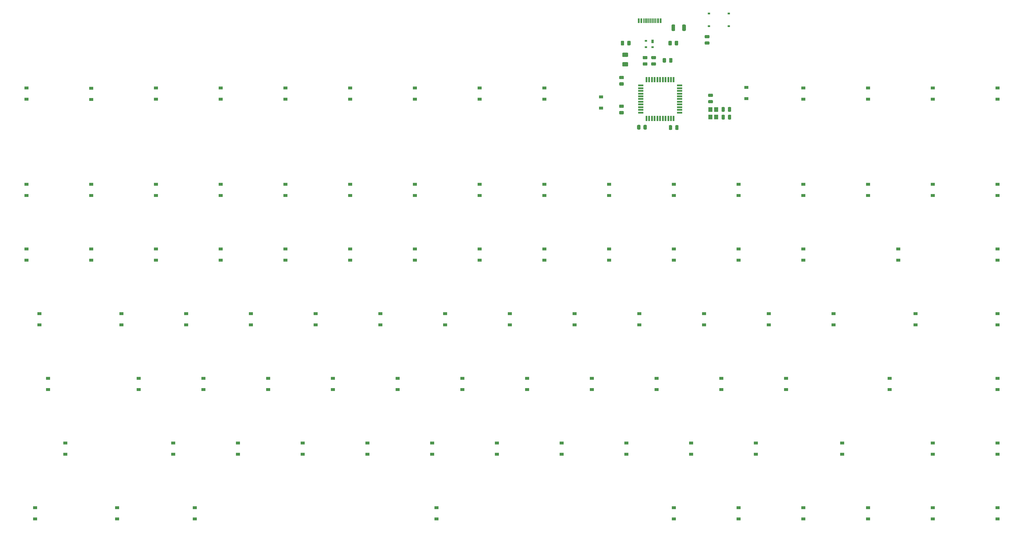
<source format=gbp>
G04 #@! TF.GenerationSoftware,KiCad,Pcbnew,(5.1.9-0-10_14)*
G04 #@! TF.CreationDate,2021-05-12T14:40:02+09:00*
G04 #@! TF.ProjectId,JupiterAdvanced,4a757069-7465-4724-9164-76616e636564,1*
G04 #@! TF.SameCoordinates,Original*
G04 #@! TF.FileFunction,Paste,Bot*
G04 #@! TF.FilePolarity,Positive*
%FSLAX46Y46*%
G04 Gerber Fmt 4.6, Leading zero omitted, Abs format (unit mm)*
G04 Created by KiCad (PCBNEW (5.1.9-0-10_14)) date 2021-05-12 14:40:02*
%MOMM*%
%LPD*%
G01*
G04 APERTURE LIST*
%ADD10R,0.700000X0.600000*%
%ADD11R,1.500000X0.550000*%
%ADD12R,0.550000X1.500000*%
%ADD13R,1.200000X1.400000*%
%ADD14R,0.300000X1.450000*%
%ADD15R,0.600000X1.450000*%
%ADD16R,0.700000X1.000000*%
%ADD17R,1.200000X0.900000*%
G04 APERTURE END LIST*
D10*
X280101720Y-87023820D03*
X285901720Y-87023820D03*
X280101720Y-83323820D03*
X285901720Y-83323820D03*
G36*
G01*
X270137500Y-86774999D02*
X270137500Y-88175001D01*
G75*
G02*
X269887501Y-88425000I-249999J0D01*
G01*
X269337499Y-88425000D01*
G75*
G02*
X269087500Y-88175001I0J249999D01*
G01*
X269087500Y-86774999D01*
G75*
G02*
X269337499Y-86525000I249999J0D01*
G01*
X269887501Y-86525000D01*
G75*
G02*
X270137500Y-86774999I0J-249999D01*
G01*
G37*
G36*
G01*
X273287500Y-86774999D02*
X273287500Y-88175001D01*
G75*
G02*
X273037501Y-88425000I-249999J0D01*
G01*
X272487499Y-88425000D01*
G75*
G02*
X272237500Y-88175001I0J249999D01*
G01*
X272237500Y-86774999D01*
G75*
G02*
X272487499Y-86525000I249999J0D01*
G01*
X273037501Y-86525000D01*
G75*
G02*
X273287500Y-86774999I0J-249999D01*
G01*
G37*
D11*
X260025000Y-104475000D03*
X260025000Y-105275000D03*
X260025000Y-106075000D03*
X260025000Y-106875000D03*
X260025000Y-107675000D03*
X260025000Y-108475000D03*
X260025000Y-109275000D03*
X260025000Y-110075000D03*
X260025000Y-110875000D03*
X260025000Y-111675000D03*
X260025000Y-112475000D03*
D12*
X261725000Y-114175000D03*
X262525000Y-114175000D03*
X263325000Y-114175000D03*
X264125000Y-114175000D03*
X264925000Y-114175000D03*
X265725000Y-114175000D03*
X266525000Y-114175000D03*
X267325000Y-114175000D03*
X268125000Y-114175000D03*
X268925000Y-114175000D03*
X269725000Y-114175000D03*
D11*
X271425000Y-112475000D03*
X271425000Y-111675000D03*
X271425000Y-110875000D03*
X271425000Y-110075000D03*
X271425000Y-109275000D03*
X271425000Y-108475000D03*
X271425000Y-107675000D03*
X271425000Y-106875000D03*
X271425000Y-106075000D03*
X271425000Y-105275000D03*
X271425000Y-104475000D03*
D12*
X269725000Y-102775000D03*
X268925000Y-102775000D03*
X268125000Y-102775000D03*
X267325000Y-102775000D03*
X266525000Y-102775000D03*
X265725000Y-102775000D03*
X264925000Y-102775000D03*
X264125000Y-102775000D03*
X263325000Y-102775000D03*
X262525000Y-102775000D03*
X261725000Y-102775000D03*
G36*
G01*
X261753670Y-98633580D02*
X260841170Y-98633580D01*
G75*
G02*
X260597420Y-98389830I0J243750D01*
G01*
X260597420Y-97902330D01*
G75*
G02*
X260841170Y-97658580I243750J0D01*
G01*
X261753670Y-97658580D01*
G75*
G02*
X261997420Y-97902330I0J-243750D01*
G01*
X261997420Y-98389830D01*
G75*
G02*
X261753670Y-98633580I-243750J0D01*
G01*
G37*
G36*
G01*
X261753670Y-96758580D02*
X260841170Y-96758580D01*
G75*
G02*
X260597420Y-96514830I0J243750D01*
G01*
X260597420Y-96027330D01*
G75*
G02*
X260841170Y-95783580I243750J0D01*
G01*
X261753670Y-95783580D01*
G75*
G02*
X261997420Y-96027330I0J-243750D01*
G01*
X261997420Y-96514830D01*
G75*
G02*
X261753670Y-96758580I-243750J0D01*
G01*
G37*
G36*
G01*
X264273350Y-98633580D02*
X263360850Y-98633580D01*
G75*
G02*
X263117100Y-98389830I0J243750D01*
G01*
X263117100Y-97902330D01*
G75*
G02*
X263360850Y-97658580I243750J0D01*
G01*
X264273350Y-97658580D01*
G75*
G02*
X264517100Y-97902330I0J-243750D01*
G01*
X264517100Y-98389830D01*
G75*
G02*
X264273350Y-98633580I-243750J0D01*
G01*
G37*
G36*
G01*
X264273350Y-96758580D02*
X263360850Y-96758580D01*
G75*
G02*
X263117100Y-96514830I0J243750D01*
G01*
X263117100Y-96027330D01*
G75*
G02*
X263360850Y-95783580I243750J0D01*
G01*
X264273350Y-95783580D01*
G75*
G02*
X264517100Y-96027330I0J-243750D01*
G01*
X264517100Y-96514830D01*
G75*
G02*
X264273350Y-96758580I-243750J0D01*
G01*
G37*
D13*
X282199100Y-113759520D03*
X282199100Y-111559520D03*
X280499100Y-111559520D03*
X280499100Y-113759520D03*
D14*
X262435000Y-85370000D03*
X262935000Y-85370000D03*
X263435000Y-85370000D03*
X261935000Y-85370000D03*
X263935000Y-85370000D03*
X261435000Y-85370000D03*
X264435000Y-85370000D03*
X260935000Y-85370000D03*
D15*
X260235000Y-85370000D03*
X265135000Y-85370000D03*
X259460000Y-85370000D03*
X265910000Y-85370000D03*
D10*
X261531860Y-93205340D03*
X263531860Y-93205340D03*
X261531860Y-91305340D03*
D16*
X263531860Y-91505340D03*
G36*
G01*
X279103770Y-91493520D02*
X280016270Y-91493520D01*
G75*
G02*
X280260020Y-91737270I0J-243750D01*
G01*
X280260020Y-92224770D01*
G75*
G02*
X280016270Y-92468520I-243750J0D01*
G01*
X279103770Y-92468520D01*
G75*
G02*
X278860020Y-92224770I0J243750D01*
G01*
X278860020Y-91737270D01*
G75*
G02*
X279103770Y-91493520I243750J0D01*
G01*
G37*
G36*
G01*
X279103770Y-89618520D02*
X280016270Y-89618520D01*
G75*
G02*
X280260020Y-89862270I0J-243750D01*
G01*
X280260020Y-90349770D01*
G75*
G02*
X280016270Y-90593520I-243750J0D01*
G01*
X279103770Y-90593520D01*
G75*
G02*
X278860020Y-90349770I0J243750D01*
G01*
X278860020Y-89862270D01*
G75*
G02*
X279103770Y-89618520I243750J0D01*
G01*
G37*
G36*
G01*
X260837500Y-117231250D02*
X260837500Y-116318750D01*
G75*
G02*
X261081250Y-116075000I243750J0D01*
G01*
X261568750Y-116075000D01*
G75*
G02*
X261812500Y-116318750I0J-243750D01*
G01*
X261812500Y-117231250D01*
G75*
G02*
X261568750Y-117475000I-243750J0D01*
G01*
X261081250Y-117475000D01*
G75*
G02*
X260837500Y-117231250I0J243750D01*
G01*
G37*
G36*
G01*
X258962500Y-117231250D02*
X258962500Y-116318750D01*
G75*
G02*
X259206250Y-116075000I243750J0D01*
G01*
X259693750Y-116075000D01*
G75*
G02*
X259937500Y-116318750I0J-243750D01*
G01*
X259937500Y-117231250D01*
G75*
G02*
X259693750Y-117475000I-243750J0D01*
G01*
X259206250Y-117475000D01*
G75*
G02*
X258962500Y-117231250I0J243750D01*
G01*
G37*
G36*
G01*
X255160120Y-91550170D02*
X255160120Y-92462670D01*
G75*
G02*
X254916370Y-92706420I-243750J0D01*
G01*
X254428870Y-92706420D01*
G75*
G02*
X254185120Y-92462670I0J243750D01*
G01*
X254185120Y-91550170D01*
G75*
G02*
X254428870Y-91306420I243750J0D01*
G01*
X254916370Y-91306420D01*
G75*
G02*
X255160120Y-91550170I0J-243750D01*
G01*
G37*
G36*
G01*
X257035120Y-91550170D02*
X257035120Y-92462670D01*
G75*
G02*
X256791370Y-92706420I-243750J0D01*
G01*
X256303870Y-92706420D01*
G75*
G02*
X256060120Y-92462670I0J243750D01*
G01*
X256060120Y-91550170D01*
G75*
G02*
X256303870Y-91306420I243750J0D01*
G01*
X256791370Y-91306420D01*
G75*
G02*
X257035120Y-91550170I0J-243750D01*
G01*
G37*
G36*
G01*
X270063620Y-92462670D02*
X270063620Y-91550170D01*
G75*
G02*
X270307370Y-91306420I243750J0D01*
G01*
X270794870Y-91306420D01*
G75*
G02*
X271038620Y-91550170I0J-243750D01*
G01*
X271038620Y-92462670D01*
G75*
G02*
X270794870Y-92706420I-243750J0D01*
G01*
X270307370Y-92706420D01*
G75*
G02*
X270063620Y-92462670I0J243750D01*
G01*
G37*
G36*
G01*
X268188620Y-92462670D02*
X268188620Y-91550170D01*
G75*
G02*
X268432370Y-91306420I243750J0D01*
G01*
X268919870Y-91306420D01*
G75*
G02*
X269163620Y-91550170I0J-243750D01*
G01*
X269163620Y-92462670D01*
G75*
G02*
X268919870Y-92706420I-243750J0D01*
G01*
X268432370Y-92706420D01*
G75*
G02*
X268188620Y-92462670I0J243750D01*
G01*
G37*
G36*
G01*
X256080420Y-96070120D02*
X254830420Y-96070120D01*
G75*
G02*
X254580420Y-95820120I0J250000D01*
G01*
X254580420Y-95070120D01*
G75*
G02*
X254830420Y-94820120I250000J0D01*
G01*
X256080420Y-94820120D01*
G75*
G02*
X256330420Y-95070120I0J-250000D01*
G01*
X256330420Y-95820120D01*
G75*
G02*
X256080420Y-96070120I-250000J0D01*
G01*
G37*
G36*
G01*
X256080420Y-98870120D02*
X254830420Y-98870120D01*
G75*
G02*
X254580420Y-98620120I0J250000D01*
G01*
X254580420Y-97870120D01*
G75*
G02*
X254830420Y-97620120I250000J0D01*
G01*
X256080420Y-97620120D01*
G75*
G02*
X256330420Y-97870120I0J-250000D01*
G01*
X256330420Y-98620120D01*
G75*
G02*
X256080420Y-98870120I-250000J0D01*
G01*
G37*
D17*
X365007120Y-228791620D03*
X365007120Y-232091620D03*
X365007120Y-209741620D03*
X365007120Y-213041620D03*
X365007120Y-190691620D03*
X365007120Y-193991620D03*
X365007120Y-171641620D03*
X365007120Y-174941620D03*
X365007120Y-152591620D03*
X365007120Y-155891620D03*
X365007120Y-133541620D03*
X365007120Y-136841620D03*
X365032520Y-105244820D03*
X365032520Y-108544820D03*
X345957120Y-228791620D03*
X345957120Y-232091620D03*
X345957120Y-209741620D03*
X345957120Y-213041620D03*
X340877120Y-171641620D03*
X340877120Y-174941620D03*
X335797120Y-152591620D03*
X335797120Y-155891620D03*
X345957120Y-133541620D03*
X345957120Y-136841620D03*
X345982520Y-105244820D03*
X345982520Y-108544820D03*
X326907120Y-228791620D03*
X326907120Y-232091620D03*
X319287120Y-209741620D03*
X319287120Y-213041620D03*
X333257120Y-190691620D03*
X333257120Y-193991620D03*
X316747120Y-171641620D03*
X316747120Y-174941620D03*
X326907120Y-133541620D03*
X326907120Y-136841620D03*
X326932520Y-105244820D03*
X326932520Y-108544820D03*
X307857120Y-228791620D03*
X307857120Y-232091620D03*
X302777120Y-190691620D03*
X302777120Y-193991620D03*
X297697120Y-171641620D03*
X297697120Y-174941620D03*
X307857120Y-152591620D03*
X307857120Y-155891620D03*
X307857120Y-133541620D03*
X307857120Y-136841620D03*
X307882520Y-105244820D03*
X307882520Y-108544820D03*
X288807120Y-228791620D03*
X288807120Y-232091620D03*
X293887120Y-209741620D03*
X293887120Y-213041620D03*
X283727120Y-190691620D03*
X283727120Y-193991620D03*
X278647120Y-171641620D03*
X278647120Y-174941620D03*
X288807120Y-152591620D03*
X288807120Y-155891620D03*
X288807120Y-133541620D03*
X288807120Y-136841620D03*
X291085020Y-105063020D03*
X291085020Y-108363020D03*
X269757120Y-228791620D03*
X269757120Y-232091620D03*
X274837120Y-209741620D03*
X274837120Y-213041620D03*
X264677120Y-190691620D03*
X264677120Y-193991620D03*
X259597120Y-171641620D03*
X259597120Y-174941620D03*
X269757120Y-152591620D03*
X269757120Y-155891620D03*
X269757120Y-133541620D03*
X269757120Y-136841620D03*
X255787120Y-209741620D03*
X255787120Y-213041620D03*
X245627120Y-190691620D03*
X245627120Y-193991620D03*
X240547120Y-171641620D03*
X240547120Y-174941620D03*
X250707120Y-152591620D03*
X250707120Y-155891620D03*
X250707120Y-133541620D03*
X250707120Y-136841620D03*
X248330720Y-107847860D03*
X248330720Y-111147860D03*
X236737120Y-209741620D03*
X236737120Y-213041620D03*
X226577120Y-190691620D03*
X226577120Y-193991620D03*
X221497120Y-171641620D03*
X221497120Y-174941620D03*
X231657120Y-152591620D03*
X231657120Y-155891620D03*
X231657120Y-133541620D03*
X231657120Y-136841620D03*
X231682520Y-105244820D03*
X231682520Y-108544820D03*
X217687120Y-209741620D03*
X217687120Y-213041620D03*
X207527120Y-190691620D03*
X207527120Y-193991620D03*
X202447120Y-171641620D03*
X202447120Y-174941620D03*
X212607120Y-152591620D03*
X212607120Y-155891620D03*
X212607120Y-133541620D03*
X212607120Y-136841620D03*
X212632520Y-105244820D03*
X212632520Y-108544820D03*
X199907120Y-228791620D03*
X199907120Y-232091620D03*
X198637120Y-209741620D03*
X198637120Y-213041620D03*
X188477120Y-190691620D03*
X188477120Y-193991620D03*
X183397120Y-171641620D03*
X183397120Y-174941620D03*
X193557120Y-152591620D03*
X193557120Y-155891620D03*
X193557120Y-133541620D03*
X193557120Y-136841620D03*
X193582520Y-105244820D03*
X193582520Y-108544820D03*
X179587120Y-209741620D03*
X179587120Y-213041620D03*
X169427120Y-190691620D03*
X169427120Y-193991620D03*
X164347120Y-171641620D03*
X164347120Y-174941620D03*
X174507120Y-152591620D03*
X174507120Y-155891620D03*
X174507120Y-133541620D03*
X174507120Y-136841620D03*
X174532520Y-105244820D03*
X174532520Y-108544820D03*
X160537120Y-209741620D03*
X160537120Y-213041620D03*
X150377120Y-190691620D03*
X150377120Y-193991620D03*
X145297120Y-171641620D03*
X145297120Y-174941620D03*
X155457120Y-152591620D03*
X155457120Y-155891620D03*
X155457120Y-133541620D03*
X155457120Y-136841620D03*
X155482520Y-105244820D03*
X155482520Y-108544820D03*
X128787120Y-228791620D03*
X128787120Y-232091620D03*
X141487120Y-209741620D03*
X141487120Y-213041620D03*
X131327120Y-190691620D03*
X131327120Y-193991620D03*
X126247120Y-171641620D03*
X126247120Y-174941620D03*
X136407120Y-152591620D03*
X136407120Y-155891620D03*
X136407120Y-133541620D03*
X136407120Y-136841620D03*
X136432520Y-105244820D03*
X136432520Y-108544820D03*
X122437120Y-209741620D03*
X122437120Y-213041620D03*
X112277120Y-190691620D03*
X112277120Y-193991620D03*
X107197120Y-171641620D03*
X107197120Y-174941620D03*
X117357120Y-152591620D03*
X117357120Y-155891620D03*
X117357120Y-133541620D03*
X117357120Y-136841620D03*
X117382520Y-105244820D03*
X117382520Y-108544820D03*
X105927120Y-228791620D03*
X105927120Y-232091620D03*
X90687120Y-209741620D03*
X90687120Y-213041620D03*
X98307120Y-152591620D03*
X98307120Y-155891620D03*
X98307120Y-133541620D03*
X98307120Y-136841620D03*
X98281720Y-105270220D03*
X98281720Y-108570220D03*
X81797120Y-228791620D03*
X81797120Y-232091620D03*
X85607120Y-190691620D03*
X85607120Y-193991620D03*
X83067120Y-171641620D03*
X83067120Y-174941620D03*
X79257120Y-152591620D03*
X79257120Y-155891620D03*
X79257120Y-133541620D03*
X79257120Y-136841620D03*
X79282520Y-105244820D03*
X79282520Y-108544820D03*
G36*
G01*
X267475000Y-96618750D02*
X267475000Y-97531250D01*
G75*
G02*
X267231250Y-97775000I-243750J0D01*
G01*
X266743750Y-97775000D01*
G75*
G02*
X266500000Y-97531250I0J243750D01*
G01*
X266500000Y-96618750D01*
G75*
G02*
X266743750Y-96375000I243750J0D01*
G01*
X267231250Y-96375000D01*
G75*
G02*
X267475000Y-96618750I0J-243750D01*
G01*
G37*
G36*
G01*
X269350000Y-96618750D02*
X269350000Y-97531250D01*
G75*
G02*
X269106250Y-97775000I-243750J0D01*
G01*
X268618750Y-97775000D01*
G75*
G02*
X268375000Y-97531250I0J243750D01*
G01*
X268375000Y-96618750D01*
G75*
G02*
X268618750Y-96375000I243750J0D01*
G01*
X269106250Y-96375000D01*
G75*
G02*
X269350000Y-96618750I0J-243750D01*
G01*
G37*
G36*
G01*
X285661520Y-111982570D02*
X285661520Y-111070070D01*
G75*
G02*
X285905270Y-110826320I243750J0D01*
G01*
X286392770Y-110826320D01*
G75*
G02*
X286636520Y-111070070I0J-243750D01*
G01*
X286636520Y-111982570D01*
G75*
G02*
X286392770Y-112226320I-243750J0D01*
G01*
X285905270Y-112226320D01*
G75*
G02*
X285661520Y-111982570I0J243750D01*
G01*
G37*
G36*
G01*
X283786520Y-111982570D02*
X283786520Y-111070070D01*
G75*
G02*
X284030270Y-110826320I243750J0D01*
G01*
X284517770Y-110826320D01*
G75*
G02*
X284761520Y-111070070I0J-243750D01*
G01*
X284761520Y-111982570D01*
G75*
G02*
X284517770Y-112226320I-243750J0D01*
G01*
X284030270Y-112226320D01*
G75*
G02*
X283786520Y-111982570I0J243750D01*
G01*
G37*
G36*
G01*
X285686920Y-114255870D02*
X285686920Y-113343370D01*
G75*
G02*
X285930670Y-113099620I243750J0D01*
G01*
X286418170Y-113099620D01*
G75*
G02*
X286661920Y-113343370I0J-243750D01*
G01*
X286661920Y-114255870D01*
G75*
G02*
X286418170Y-114499620I-243750J0D01*
G01*
X285930670Y-114499620D01*
G75*
G02*
X285686920Y-114255870I0J243750D01*
G01*
G37*
G36*
G01*
X283811920Y-114255870D02*
X283811920Y-113343370D01*
G75*
G02*
X284055670Y-113099620I243750J0D01*
G01*
X284543170Y-113099620D01*
G75*
G02*
X284786920Y-113343370I0J-243750D01*
G01*
X284786920Y-114255870D01*
G75*
G02*
X284543170Y-114499620I-243750J0D01*
G01*
X284055670Y-114499620D01*
G75*
G02*
X283811920Y-114255870I0J243750D01*
G01*
G37*
G36*
G01*
X253919670Y-103533120D02*
X254832170Y-103533120D01*
G75*
G02*
X255075920Y-103776870I0J-243750D01*
G01*
X255075920Y-104264370D01*
G75*
G02*
X254832170Y-104508120I-243750J0D01*
G01*
X253919670Y-104508120D01*
G75*
G02*
X253675920Y-104264370I0J243750D01*
G01*
X253675920Y-103776870D01*
G75*
G02*
X253919670Y-103533120I243750J0D01*
G01*
G37*
G36*
G01*
X253919670Y-101658120D02*
X254832170Y-101658120D01*
G75*
G02*
X255075920Y-101901870I0J-243750D01*
G01*
X255075920Y-102389370D01*
G75*
G02*
X254832170Y-102633120I-243750J0D01*
G01*
X253919670Y-102633120D01*
G75*
G02*
X253675920Y-102389370I0J243750D01*
G01*
X253675920Y-101901870D01*
G75*
G02*
X253919670Y-101658120I243750J0D01*
G01*
G37*
G36*
G01*
X270175000Y-117331250D02*
X270175000Y-116418750D01*
G75*
G02*
X270418750Y-116175000I243750J0D01*
G01*
X270906250Y-116175000D01*
G75*
G02*
X271150000Y-116418750I0J-243750D01*
G01*
X271150000Y-117331250D01*
G75*
G02*
X270906250Y-117575000I-243750J0D01*
G01*
X270418750Y-117575000D01*
G75*
G02*
X270175000Y-117331250I0J243750D01*
G01*
G37*
G36*
G01*
X268300000Y-117331250D02*
X268300000Y-116418750D01*
G75*
G02*
X268543750Y-116175000I243750J0D01*
G01*
X269031250Y-116175000D01*
G75*
G02*
X269275000Y-116418750I0J-243750D01*
G01*
X269275000Y-117331250D01*
G75*
G02*
X269031250Y-117575000I-243750J0D01*
G01*
X268543750Y-117575000D01*
G75*
G02*
X268300000Y-117331250I0J243750D01*
G01*
G37*
G36*
G01*
X280119770Y-108763220D02*
X281032270Y-108763220D01*
G75*
G02*
X281276020Y-109006970I0J-243750D01*
G01*
X281276020Y-109494470D01*
G75*
G02*
X281032270Y-109738220I-243750J0D01*
G01*
X280119770Y-109738220D01*
G75*
G02*
X279876020Y-109494470I0J243750D01*
G01*
X279876020Y-109006970D01*
G75*
G02*
X280119770Y-108763220I243750J0D01*
G01*
G37*
G36*
G01*
X280119770Y-106888220D02*
X281032270Y-106888220D01*
G75*
G02*
X281276020Y-107131970I0J-243750D01*
G01*
X281276020Y-107619470D01*
G75*
G02*
X281032270Y-107863220I-243750J0D01*
G01*
X280119770Y-107863220D01*
G75*
G02*
X279876020Y-107619470I0J243750D01*
G01*
X279876020Y-107131970D01*
G75*
G02*
X280119770Y-106888220I243750J0D01*
G01*
G37*
G36*
G01*
X254819470Y-111099420D02*
X253906970Y-111099420D01*
G75*
G02*
X253663220Y-110855670I0J243750D01*
G01*
X253663220Y-110368170D01*
G75*
G02*
X253906970Y-110124420I243750J0D01*
G01*
X254819470Y-110124420D01*
G75*
G02*
X255063220Y-110368170I0J-243750D01*
G01*
X255063220Y-110855670D01*
G75*
G02*
X254819470Y-111099420I-243750J0D01*
G01*
G37*
G36*
G01*
X254819470Y-112974420D02*
X253906970Y-112974420D01*
G75*
G02*
X253663220Y-112730670I0J243750D01*
G01*
X253663220Y-112243170D01*
G75*
G02*
X253906970Y-111999420I243750J0D01*
G01*
X254819470Y-111999420D01*
G75*
G02*
X255063220Y-112243170I0J-243750D01*
G01*
X255063220Y-112730670D01*
G75*
G02*
X254819470Y-112974420I-243750J0D01*
G01*
G37*
M02*

</source>
